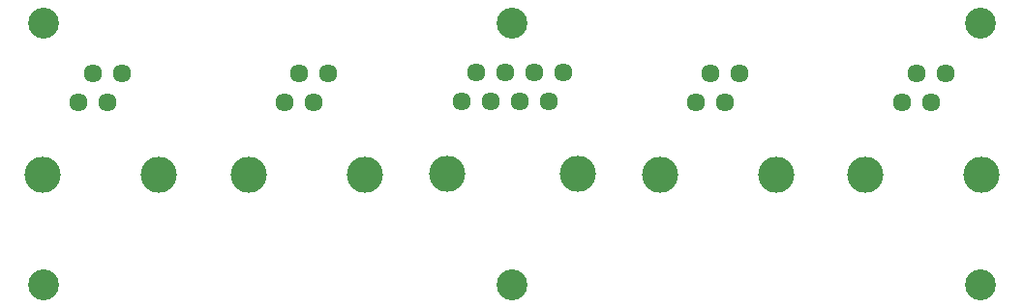
<source format=gbr>
%TF.GenerationSoftware,KiCad,Pcbnew,9.0.1-9.0.1-0~ubuntu24.04.1*%
%TF.CreationDate,2025-04-15T12:59:23-07:00*%
%TF.ProjectId,pots-over-cat6,706f7473-2d6f-4766-9572-2d636174362e,rev?*%
%TF.SameCoordinates,Original*%
%TF.FileFunction,Soldermask,Bot*%
%TF.FilePolarity,Negative*%
%FSLAX46Y46*%
G04 Gerber Fmt 4.6, Leading zero omitted, Abs format (unit mm)*
G04 Created by KiCad (PCBNEW 9.0.1-9.0.1-0~ubuntu24.04.1) date 2025-04-15 12:59:23*
%MOMM*%
%LPD*%
G01*
G04 APERTURE LIST*
%ADD10C,1.612000*%
%ADD11C,3.170000*%
%ADD12C,2.700000*%
G04 APERTURE END LIST*
D10*
%TO.C,J5*%
X160445000Y-108310000D03*
X159175000Y-110850000D03*
X157905000Y-108310000D03*
X156635000Y-110850000D03*
X155365000Y-108310000D03*
X154095000Y-110850000D03*
X152825000Y-108310000D03*
X151555000Y-110850000D03*
D11*
X150285000Y-117200000D03*
X161715000Y-117200000D03*
%TD*%
D10*
%TO.C,J4*%
X193905000Y-108430000D03*
X192635000Y-110970000D03*
X191365000Y-108430000D03*
X190095000Y-110970000D03*
D11*
X186920000Y-117320000D03*
X197080000Y-117320000D03*
%TD*%
D10*
%TO.C,J1*%
X121905000Y-108430000D03*
X120635000Y-110970000D03*
X119365000Y-108430000D03*
X118095000Y-110970000D03*
D11*
X114920000Y-117320000D03*
X125080000Y-117320000D03*
%TD*%
D10*
%TO.C,J2*%
X139905000Y-108430000D03*
X138635000Y-110970000D03*
X137365000Y-108430000D03*
X136095000Y-110970000D03*
D11*
X132920000Y-117320000D03*
X143080000Y-117320000D03*
%TD*%
D10*
%TO.C,J3*%
X175905000Y-108430000D03*
X174635000Y-110970000D03*
X173365000Y-108430000D03*
X172095000Y-110970000D03*
D11*
X168920000Y-117320000D03*
X179080000Y-117320000D03*
%TD*%
D12*
%TO.C,H1*%
X115000000Y-104000000D03*
%TD*%
%TO.C,H6*%
X197000000Y-127000000D03*
%TD*%
%TO.C,H2*%
X115000000Y-127000000D03*
%TD*%
%TO.C,H3*%
X156000000Y-104000000D03*
%TD*%
%TO.C,H4*%
X156000000Y-127000000D03*
%TD*%
%TO.C,H5*%
X197000000Y-104000000D03*
%TD*%
M02*

</source>
